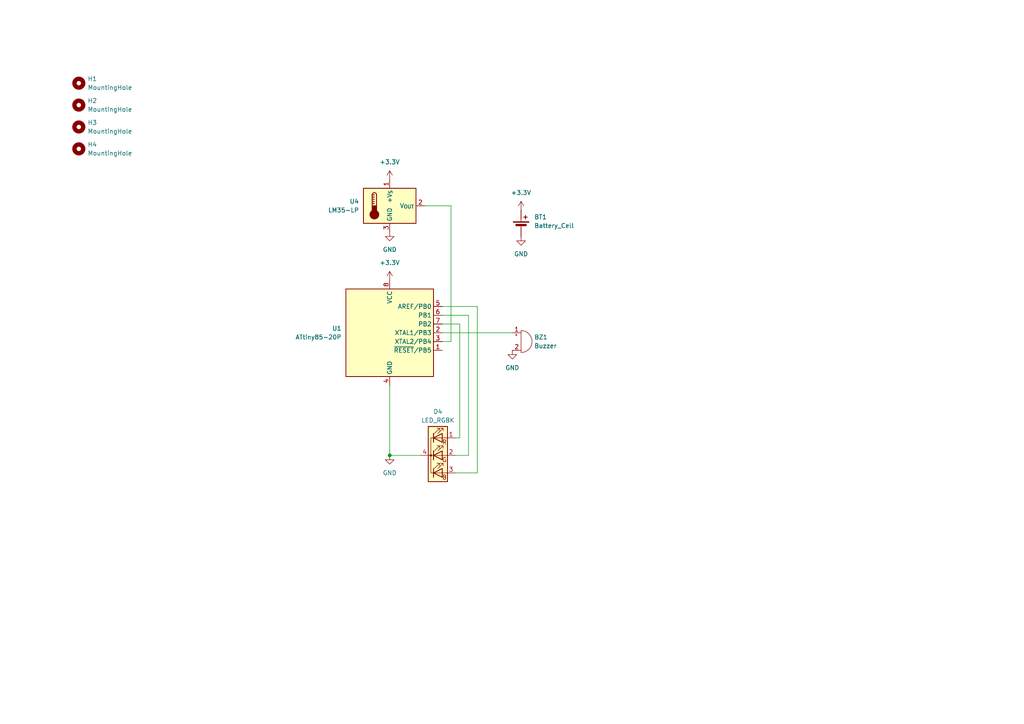
<source format=kicad_sch>
(kicad_sch (version 20230121) (generator eeschema)
  (paper "A4")
  (lib_symbols
    (symbol "Device:Battery_Cell" (pin_numbers hide) (pin_names (offset 0) hide)
      (property "Reference" "BT" (at 2.54 2.54 0))
      (property "Value" "Battery_Cell" (at 2.54 0 0))
      (symbol "Battery_Cell_0_1"
        (rectangle (start -2.286 1.778) (end 2.286 1.524) (fill (type outline)))
        (rectangle (start -1.524 1.016) (end 1.524 0.508) (fill (type outline)))
        (polyline (pts (xy 0 0.762) (xy 0 0)))
        (polyline (pts (xy 0 1.778) (xy 0 2.54)))
        (polyline (pts (xy 0.762 3.048) (xy 1.778 3.048)) (stroke (width 0.254)))
        (polyline (pts (xy 1.27 3.556) (xy 1.27 2.54)) (stroke (width 0.254)))
      )
      (symbol "Battery_Cell_1_1"
        (pin passive line (at 0 5.08 270) (length 2.54) (name "+") (number "1"))
        (pin passive line (at 0 -2.54 90) (length 2.54) (name "-") (number "2"))
      )
    )
    (symbol "Device:Buzzer" (pin_names (offset 0.0254) hide)
      (property "Reference" "BZ" (at 3.81 1.27 0))
      (property "Value" "Buzzer" (at 3.81 -1.27 0))
      (symbol "Buzzer_0_1"
        (arc (start 0 -3.175) (mid 3.1612 0) (end 0 3.175))
        (polyline (pts (xy -1.651 1.905) (xy -1.143 1.905)))
        (polyline (pts (xy -1.397 2.159) (xy -1.397 1.651)))
        (polyline (pts (xy 0 3.175) (xy 0 -3.175)))
      )
      (symbol "Buzzer_1_1"
        (pin passive line (at -2.54 2.54 0) (length 2.54) (name "-") (number "1"))
        (pin passive line (at -2.54 -2.54 0) (length 2.54) (name "+") (number "2"))
      )
    )
    (symbol "Device:LED_RGBK" (pin_names (offset 0) hide)
      (property "Reference" "D" (at 0 9.398 0))
      (property "Value" "LED_RGBK" (at 0 -8.89 0))
      (symbol "LED_RGBK_0_0"
        (text "B" (at 1.905 -6.35 0) (effects (font (size 1.27 1.27))))
        (text "G" (at 1.905 -1.27 0) (effects (font (size 1.27 1.27))))
        (text "R" (at 1.905 3.81 0) (effects (font (size 1.27 1.27))))
      )
      (symbol "LED_RGBK_0_1"
        (circle (center -2.032 0) (radius 0.254) (fill (type outline)))
        (polyline (pts (xy -1.27 -5.08) (xy 1.27 -5.08)))
        (polyline (pts (xy -1.27 -3.81) (xy -1.27 -6.35)) (stroke (width 0.254)))
        (polyline (pts (xy -1.27 0) (xy -2.54 0)))
        (polyline (pts (xy -1.27 1.27) (xy -1.27 -1.27)) (stroke (width 0.254)))
        (polyline (pts (xy -1.27 5.08) (xy 1.27 5.08)))
        (polyline (pts (xy -1.27 6.35) (xy -1.27 3.81)) (stroke (width 0.254)))
        (polyline (pts (xy 1.27 -5.08) (xy 2.54 -5.08)))
        (polyline (pts (xy 1.27 0) (xy -1.27 0)))
        (polyline (pts (xy 1.27 0) (xy 2.54 0)))
        (polyline (pts (xy 1.27 5.08) (xy 2.54 5.08)))
        (polyline (pts (xy -1.27 1.27) (xy -1.27 -1.27) (xy -1.27 -1.27)))
        (polyline (pts (xy -1.27 6.35) (xy -1.27 3.81) (xy -1.27 3.81)))
        (polyline (pts (xy -1.27 5.08) (xy -2.032 5.08) (xy -2.032 -5.08) (xy -1.016 -5.08)))
        (polyline (pts (xy 1.27 -3.81) (xy 1.27 -6.35) (xy -1.27 -5.08) (xy 1.27 -3.81)) (stroke (width 0.254)))
        (polyline (pts (xy 1.27 1.27) (xy 1.27 -1.27) (xy -1.27 0) (xy 1.27 1.27)) (stroke (width 0.254)))
        (polyline (pts (xy 1.27 6.35) (xy 1.27 3.81) (xy -1.27 5.08) (xy 1.27 6.35)) (stroke (width 0.254)))
        (polyline (pts (xy -1.016 -3.81) (xy 0.508 -2.286) (xy -0.254 -2.286) (xy 0.508 -2.286) (xy 0.508 -3.048)))
        (polyline (pts (xy -1.016 1.27) (xy 0.508 2.794) (xy -0.254 2.794) (xy 0.508 2.794) (xy 0.508 2.032)))
        (polyline (pts (xy -1.016 6.35) (xy 0.508 7.874) (xy -0.254 7.874) (xy 0.508 7.874) (xy 0.508 7.112)))
        (polyline (pts (xy 0 -3.81) (xy 1.524 -2.286) (xy 0.762 -2.286) (xy 1.524 -2.286) (xy 1.524 -3.048)))
        (polyline (pts (xy 0 1.27) (xy 1.524 2.794) (xy 0.762 2.794) (xy 1.524 2.794) (xy 1.524 2.032)))
        (polyline (pts (xy 0 6.35) (xy 1.524 7.874) (xy 0.762 7.874) (xy 1.524 7.874) (xy 1.524 7.112)))
        (rectangle (start 1.27 -1.27) (end 1.27 1.27))
        (rectangle (start 1.27 1.27) (end 1.27 1.27))
        (rectangle (start 1.27 3.81) (end 1.27 6.35))
        (rectangle (start 1.27 6.35) (end 1.27 6.35))
        (rectangle (start 2.794 8.382) (end -2.794 -7.62) (stroke (width 0.254)) (fill (type background)))
      )
      (symbol "LED_RGBK_1_1"
        (pin passive line (at 5.08 5.08 180) (length 2.54) (name "RA") (number "1"))
        (pin passive line (at 5.08 0 180) (length 2.54) (name "GA") (number "2"))
        (pin passive line (at 5.08 -5.08 180) (length 2.54) (name "BA") (number "3"))
        (pin passive line (at -5.08 0 0) (length 2.54) (name "K") (number "4"))
      )
    )
    (symbol "MCU_Microchip_ATtiny:ATtiny85-20P"
      (property "Reference" "U" (at -12.7 13.97 0))
      (property "Value" "ATtiny85-20P" (at 2.54 -13.97 0))
      (symbol "ATtiny85-20P_0_1"
        (rectangle (start -12.7 -12.7) (end 12.7 12.7) (stroke (width 0.254)) (fill (type background)))
      )
      (symbol "ATtiny85-20P_1_1"
        (pin bidirectional line (at 15.24 -5.08 180) (length 2.54) (name "~{RESET}/PB5") (number "1"))
        (pin bidirectional line (at 15.24 0 180) (length 2.54) (name "XTAL1/PB3") (number "2"))
        (pin bidirectional line (at 15.24 -2.54 180) (length 2.54) (name "XTAL2/PB4") (number "3"))
        (pin power_in line (at 0 -15.24 90) (length 2.54) (name "GND") (number "4"))
        (pin bidirectional line (at 15.24 7.62 180) (length 2.54) (name "AREF/PB0") (number "5"))
        (pin bidirectional line (at 15.24 5.08 180) (length 2.54) (name "PB1") (number "6"))
        (pin bidirectional line (at 15.24 2.54 180) (length 2.54) (name "PB2") (number "7"))
        (pin power_in line (at 0 15.24 270) (length 2.54) (name "VCC") (number "8"))
      )
    )
    (symbol "Mechanical:MountingHole" (pin_names (offset 1.016))
      (property "Reference" "H" (at 0 5.08 0))
      (property "Value" "MountingHole" (at 0 3.175 0))
      (symbol "MountingHole_0_1"
        (circle (center 0 0) (radius 1.27) (stroke (width 1.27)))
      )
    )
    (symbol "Sensor_Temperature:LM35-LP"
      (property "Reference" "U" (at -6.35 6.35 0))
      (property "Value" "LM35-LP" (at 1.27 6.35 0))
      (symbol "LM35-LP_0_1"
        (rectangle (start -7.62 5.08) (end 7.62 -5.08) (stroke (width 0.254)) (fill (type background)))
        (circle (center -4.445 -2.54) (radius 1.27) (stroke (width 0.254)) (fill (type outline)))
        (rectangle (start -3.81 -1.905) (end -5.08 0) (stroke (width 0.254)) (fill (type outline)))
        (arc (start -3.81 3.175) (mid -4.445 3.8073) (end -5.08 3.175) (stroke (width 0.254)))
        (polyline (pts (xy -5.08 0.635) (xy -4.445 0.635)) (stroke (width 0.254)))
        (polyline (pts (xy -5.08 1.27) (xy -4.445 1.27)) (stroke (width 0.254)))
        (polyline (pts (xy -5.08 1.905) (xy -4.445 1.905)) (stroke (width 0.254)))
        (polyline (pts (xy -5.08 2.54) (xy -4.445 2.54)) (stroke (width 0.254)))
        (polyline (pts (xy -5.08 3.175) (xy -5.08 0)) (stroke (width 0.254)))
        (polyline (pts (xy -5.08 3.175) (xy -4.445 3.175)) (stroke (width 0.254)))
        (polyline (pts (xy -3.81 3.175) (xy -3.81 0)) (stroke (width 0.254)))
      )
      (symbol "LM35-LP_1_1"
        (pin power_in line (at 0 7.62 270) (length 2.54) (name "+V_{S}") (number "1"))
        (pin output line (at 10.16 0 180) (length 2.54) (name "V_{OUT}") (number "2"))
        (pin power_in line (at 0 -7.62 90) (length 2.54) (name "GND") (number "3"))
      )
    )
    (symbol "power:+3.3V" (power) (pin_names (offset 0))
      (property "Value" "+3.3V" (at 0 3.556 0))
      (symbol "+3.3V_0_1"
        (polyline (pts (xy -0.762 1.27) (xy 0 2.54)))
        (polyline (pts (xy 0 0) (xy 0 2.54)))
        (polyline (pts (xy 0 2.54) (xy 0.762 1.27)))
      )
      (symbol "+3.3V_1_1"
        (pin power_in line (at 0 0 90) (length 0) hide (name "+3.3V") (number "1"))
      )
    )
    (symbol "power:GND" (power) (pin_names (offset 0))
      (property "Value" "GND" (at 0 -3.81 0))
      (symbol "GND_0_1"
        (polyline (pts (xy 0 0) (xy 0 -1.27) (xy 1.27 -1.27) (xy 0 -2.54) (xy -1.27 -1.27) (xy 0 -1.27)))
      )
      (symbol "GND_1_1"
        (pin power_in line (at 0 0 270) (length 0) hide (name "GND") (number "1"))
      )
    )
  )
  (junction (at 113.03 132.08))
  (wire (pts (xy 133.35 127) (xy 132.08 127)))
  (wire (pts (xy 123.19 59.69) (xy 130.81 59.69)))
  (wire (pts (xy 128.27 99.06) (xy 130.81 99.06)))
  (wire (pts (xy 128.27 96.52) (xy 148.59 96.52)))
  (wire (pts (xy 133.35 93.98) (xy 133.35 127)))
  (wire (pts (xy 128.27 93.98) (xy 133.35 93.98)))
  (wire (pts (xy 113.03 132.08) (xy 113.03 111.76)))
  (wire (pts (xy 128.27 88.9) (xy 138.43 88.9)))
  (wire (pts (xy 128.27 91.44) (xy 135.89 91.44)))
  (wire (pts (xy 138.43 88.9) (xy 138.43 137.16)))
  (wire (pts (xy 121.92 132.08) (xy 113.03 132.08)))
  (wire (pts (xy 135.89 91.44) (xy 135.89 132.08)))
  (wire (pts (xy 138.43 137.16) (xy 132.08 137.16)))
  (wire (pts (xy 135.89 132.08) (xy 132.08 132.08)))
  (wire (pts (xy 130.81 99.06) (xy 130.81 59.69)))
  (symbol (lib_id "Mechanical:MountingHole") (at 22.86 24.13 0) (unit 1)
    (property "Reference" "H1" (at 25.4 22.86 0) (effects (justify left)))
    (property "Value" "MountingHole" (at 25.4 25.4 0) (effects (justify left)))
    (property "Footprint" "MountingHole:MountingHole_2.5mm" (effects hide))
  )
  (symbol (lib_id "power:+3.3V") (at 113.03 81.28 0) (unit 1)
    (property "Reference" "#PWR05" (effects hide))
    (property "Value" "+3.3V" (at 113.03 76.2 0))
  )
  (symbol (lib_id "power:GND") (at 113.03 132.08 0) (unit 1)
    (property "Reference" "#PWR02" (effects hide))
    (property "Value" "GND" (at 113.03 137.16 0))
  )
  (symbol (lib_id "power:+3.3V") (at 151.13 60.96 0) (unit 1)
    (property "Reference" "#PWR06" (effects hide))
    (property "Value" "+3.3V" (at 151.13 55.88 0))
  )
  (symbol (lib_id "power:+3.3V") (at 113.03 52.07 0) (unit 1)
    (property "Reference" "#PWR04" (effects hide))
    (property "Value" "+3.3V" (at 113.03 46.99 0))
  )
  (symbol (lib_id "power:GND") (at 148.59 101.6 0) (unit 1)
    (property "Reference" "#PWR03" (effects hide))
    (property "Value" "GND" (at 148.59 106.68 0))
  )
  (symbol (lib_id "Sensor_Temperature:LM35-LP") (at 113.03 59.69 0) (unit 1)
    (property "Reference" "U4" (at 104.14 58.42 0) (effects (justify right)))
    (property "Value" "LM35-LP" (at 104.14 60.96 0) (effects (justify right)))
    (property "Footprint" "Package_TO_SOT_THT:TO-92_Inline" (effects hide))
    (property "Datasheet" "http://www.ti.com/lit/ds/symlink/lm35.pdf" (effects hide))
  )
  (symbol (lib_id "Device:Battery_Cell") (at 151.13 66.04 0) (unit 1)
    (property "Reference" "BT1" (at 154.94 62.9285 0) (effects (justify left)))
    (property "Value" "Battery_Cell" (at 154.94 65.4685 0) (effects (justify left)))
    (property "Footprint" "Battery:BatteryHolder_Multicomp_BC-2001_1x2032" (effects hide))
  )
  (symbol (lib_id "MCU_Microchip_ATtiny:ATtiny85-20P") (at 113.03 96.52 0) (unit 1)
    (property "Reference" "U1" (at 99.06 95.25 0) (effects (justify right)))
    (property "Value" "ATtiny85-20P" (at 99.06 97.79 0) (effects (justify right)))
    (property "Footprint" "Package_DIP:DIP-8_W7.62mm" (effects hide))
    (property "Datasheet" "http://ww1.microchip.com/downloads/en/DeviceDoc/atmel-2586-avr-8-bit-microcontroller-attiny25-attiny45-attiny85_datasheet.pdf" (effects hide))
  )
  (symbol (lib_id "Device:Buzzer") (at 151.13 99.06 0) (unit 1)
    (property "Reference" "BZ1" (at 154.94 97.79 0) (effects (justify left)))
    (property "Value" "Buzzer" (at 154.94 100.33 0) (effects (justify left)))
    (property "Footprint" "Buzzer_Beeper:Buzzer_12x9.5RM7.6" (effects hide))
  )
  (symbol (lib_id "Mechanical:MountingHole") (at 22.86 43.18 0) (unit 1)
    (property "Reference" "H4" (at 25.4 41.91 0) (effects (justify left)))
    (property "Value" "MountingHole" (at 25.4 44.45 0) (effects (justify left)))
    (property "Footprint" "MountingHole:MountingHole_2.5mm" (effects hide))
  )
  (symbol (lib_id "power:GND") (at 113.03 67.31 0) (unit 1)
    (property "Reference" "#PWR01" (effects hide))
    (property "Value" "GND" (at 113.03 72.39 0))
  )
  (symbol (lib_id "Mechanical:MountingHole") (at 22.86 30.48 0) (unit 1)
    (property "Reference" "H2" (at 25.4 29.21 0) (effects (justify left)))
    (property "Value" "MountingHole" (at 25.4 31.75 0) (effects (justify left)))
    (property "Footprint" "MountingHole:MountingHole_2.5mm" (effects hide))
  )
  (symbol (lib_id "Device:LED_RGBK") (at 127 132.08 0) (unit 1)
    (property "Reference" "D4" (at 127 119.38 0))
    (property "Value" "LED_RGBK" (at 127 121.92 0))
    (property "Footprint" "LED_THT:LED_D5.0mm-4_RGB" (effects hide))
  )
  (symbol (lib_id "power:GND") (at 151.13 68.58 0) (unit 1)
    (property "Reference" "#PWR07" (effects hide))
    (property "Value" "GND" (at 151.13 73.66 0))
  )
  (symbol (lib_id "Mechanical:MountingHole") (at 22.86 36.83 0) (unit 1)
    (property "Reference" "H3" (at 25.4 35.56 0) (effects (justify left)))
    (property "Value" "MountingHole" (at 25.4 38.1 0) (effects (justify left)))
    (property "Footprint" "MountingHole:MountingHole_2.5mm" (effects hide))
  )
)
</source>
